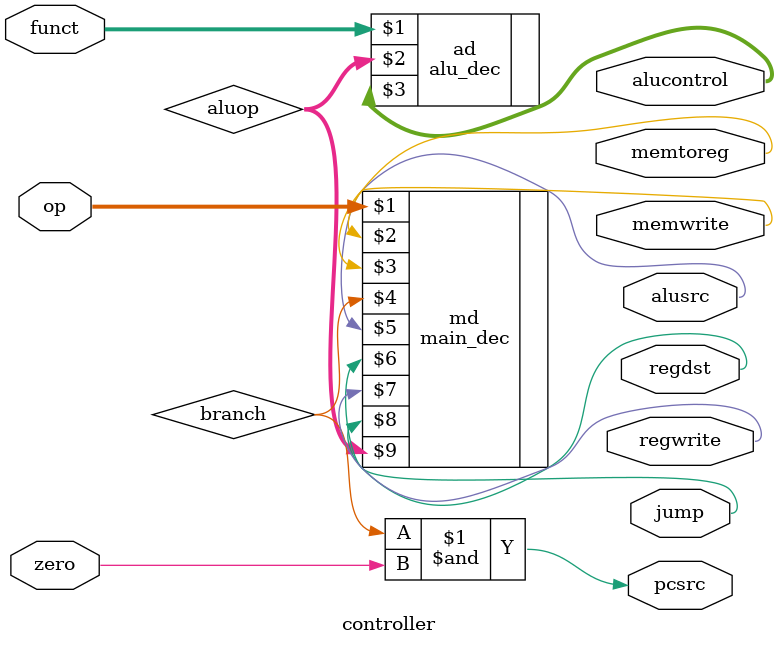
<source format=v>
`timescale 1ns / 1ps


module controller(
   input wire[5:0] op,funct,
   input wire zero,
   output wire memtoreg,memwrite,
   output wire pcsrc,alusrc,
   output wire regdst,regwrite,
   output wire jump,
   output wire[2:0] alucontrol
    );
    wire[1:0] aluop;
    wire branch;
    main_dec md(op,memtoreg,memwrite,branch,alusrc,regdst,regwrite,jump,aluop);
    alu_dec ad(funct,aluop,alucontrol);
    assign pcsrc = branch & zero;
endmodule

</source>
